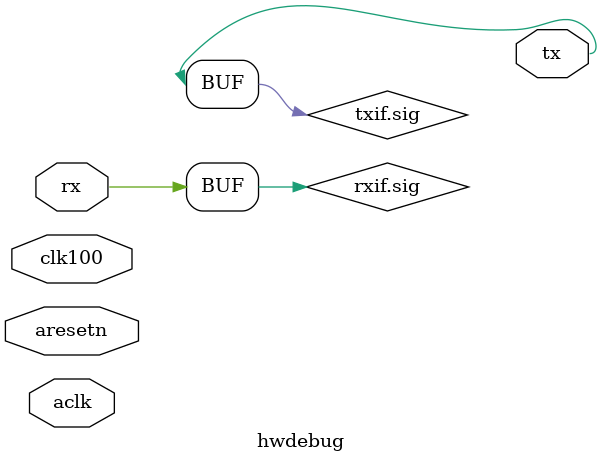
<source format=sv>
`timescale 1ns / 1ps

module hwdebug(
	input wire aresetn,
	input wire aclk,
	input wire clk100,
	debugbusif.master m_dbg,
	input wire rx,
	output wire tx );

uart_if rxif();
uart_if txif();

assign rxif.sig = rx;
assign tx = txif.sig;

// Receive
/*wire rcvfull, rcvempty, rcvvalid;
wire [7:0] rcvdout;
logic rcvre = 1'b0;
uartfifo uartincoming (
  .rst(~aresetn),
  .wr_clk(clk100),
  .rd_clk(aclk),
  .din(rxif.data),		// UART controls writes, 1024 incoming bytes max
  .wr_en(rxif.valid),
  .rd_en(rcvre),
  .dout(rcvdout),
  .full(rcvfull),
  .empty(rcvempty),
  .valid(rcvvalid) );

// UART input to debug bus command
always @(posedge aclk) begin
	rcvre <= 1'b0;
	m_dbg.wen <= 1'b0;
	if (~rcvempty && rcvvalid) begin
		m_dbg.din <= rcvdout;
		m_dbg.wen <= 1'b1;
		rcvre <= 1'b1;
	end
end

// Send
wire sndfull, sndempty, sndvalid;
logic [7:0] snddin;
logic sndwe = 1'b0;
uartfifo uartoutgoing (
  .rst(~aresetn),
  .wr_clk(aclk),
  .rd_clk(clk100),
  .din(snddin),
  .wr_en(sndwe),
  .rd_en(txif.ready),
  .dout(txif.data),
  .full(sndfull),
  .empty(sndempty),
  .valid(sndvalid) );

// Debug bus response to UART output
always @(posedge aclk) begin
	sndwe <= 1'b0;
	if (~sndempty && sndvalid && m_dbg.drdy) begin
		snddin <= m_dbg.dout;
		sndwe <= 1'b1;
	end
end*/

uart uartinst(
	.rxif(rxif),
    .txif(txif),
    .clk(clk100),
    .rstn(aresetn) );

endmodule

</source>
